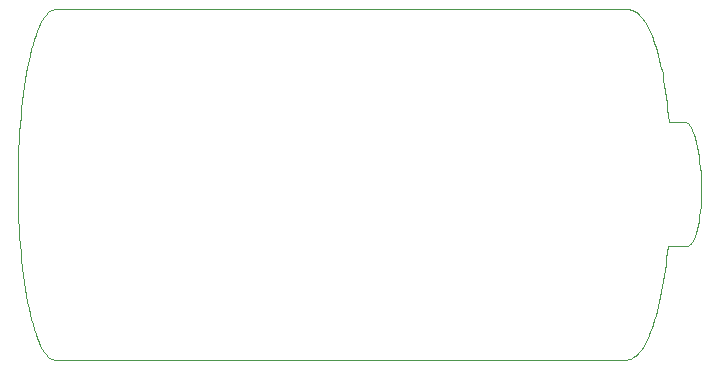
<source format=gbr>
%TF.GenerationSoftware,KiCad,Pcbnew,8.0.2-1*%
%TF.CreationDate,2024-08-22T14:08:19+02:00*%
%TF.ProjectId,Wiccon_social_bat,57696363-6f6e-45f7-936f-6369616c5f62,rev?*%
%TF.SameCoordinates,Original*%
%TF.FileFunction,Profile,NP*%
%FSLAX46Y46*%
G04 Gerber Fmt 4.6, Leading zero omitted, Abs format (unit mm)*
G04 Created by KiCad (PCBNEW 8.0.2-1) date 2024-08-22 14:08:19*
%MOMM*%
%LPD*%
G01*
G04 APERTURE LIST*
%TA.AperFunction,Profile*%
%ADD10C,0.100000*%
%TD*%
G04 APERTURE END LIST*
D10*
%TO.C,TP17*%
X125752587Y-47213477D02*
X125756705Y-47973845D01*
X125756671Y-46453460D02*
X125752587Y-47213477D01*
X125756705Y-47973845D02*
X125768884Y-48724555D01*
X125768817Y-45703444D02*
X125756671Y-46453460D01*
X125768884Y-48724555D02*
X125788924Y-49465247D01*
X125788855Y-44964476D02*
X125768817Y-45703444D01*
X125788924Y-49465247D02*
X125816653Y-50194899D01*
X125816516Y-44237243D02*
X125788855Y-44964476D01*
X125816653Y-50194899D02*
X125851867Y-50911780D01*
X125851663Y-43523124D02*
X125816516Y-44237243D01*
X125851867Y-50911780D02*
X125894362Y-51615874D01*
X125894057Y-42822127D02*
X125851663Y-43523124D01*
X125894362Y-51615874D02*
X125943934Y-52305495D01*
X125943526Y-42135962D02*
X125894057Y-42822127D01*
X125943934Y-52305495D02*
X126000378Y-52980262D01*
X125999904Y-41465682D02*
X125943526Y-42135962D01*
X126000378Y-52980262D02*
X126063493Y-53638816D01*
X126062915Y-40811622D02*
X125999904Y-41465682D01*
X126063493Y-53638816D02*
X126133139Y-54280104D01*
X126132457Y-40174812D02*
X126062915Y-40811622D01*
X126133139Y-54280104D02*
X126209044Y-54903449D01*
X126208228Y-39556648D02*
X126132457Y-40174812D01*
X126209044Y-54903449D02*
X126291041Y-55507804D01*
X126290122Y-38957473D02*
X126208228Y-39556648D01*
X126291041Y-55507804D02*
X126378922Y-56092147D01*
X126377902Y-38378654D02*
X126290122Y-38957473D01*
X126378922Y-56092147D02*
X126472487Y-56655433D01*
X126471364Y-37820884D02*
X126377902Y-38378654D01*
X126472487Y-56655433D02*
X126571528Y-57196624D01*
X126570338Y-37284866D02*
X126471364Y-37820884D01*
X126571528Y-57196624D02*
X126675877Y-57715049D01*
X126674619Y-36772323D02*
X126570338Y-37284866D01*
X126675877Y-57715049D02*
X126785331Y-58209647D01*
X126784003Y-36283241D02*
X126674619Y-36772323D01*
X126785331Y-58209647D02*
X126899684Y-58679389D01*
X126898288Y-35819358D02*
X126784003Y-36283241D01*
X126899684Y-58679389D02*
X127018731Y-59123259D01*
X127017268Y-35381012D02*
X126898288Y-35819358D01*
X127018731Y-59123259D02*
X127142270Y-59540206D01*
X127140773Y-34969246D02*
X127017268Y-35381012D01*
X127142270Y-59540206D02*
X127270095Y-59929534D01*
X127268597Y-34585441D02*
X127140773Y-34969246D01*
X127270095Y-59929534D02*
X127402037Y-60289870D01*
X127400506Y-34229934D02*
X127268597Y-34585441D01*
X127402037Y-60289870D02*
X127537858Y-60620528D01*
X127536395Y-33903770D02*
X127400506Y-34229934D01*
X127537858Y-60620528D02*
X127677388Y-60920806D01*
X127675959Y-33607971D02*
X127536395Y-33903770D01*
X127677388Y-60920806D02*
X127820454Y-61189330D01*
X127819094Y-33343933D02*
X127675959Y-33607971D01*
X127820454Y-61189330D02*
X127966790Y-61425071D01*
X127965531Y-33111648D02*
X127819094Y-33343933D01*
X127966790Y-61425071D02*
X128041131Y-61530341D01*
X128039939Y-33008102D02*
X127965531Y-33111648D01*
X128041131Y-61530341D02*
X128116254Y-61626983D01*
X128115098Y-32912842D02*
X128039939Y-33008102D01*
X128116254Y-61626983D02*
X128192057Y-61715346D01*
X128191003Y-32825859D02*
X128115098Y-32912842D01*
X128192057Y-61715346D02*
X128268611Y-61794722D01*
X128267623Y-32747856D02*
X128191003Y-32825859D01*
X128268611Y-61794722D02*
X128345809Y-61865142D01*
X128344924Y-32678482D02*
X128267623Y-32747856D01*
X128345809Y-61865142D02*
X128423690Y-61926925D01*
X128422873Y-32618080D02*
X128344924Y-32678482D01*
X128423690Y-61926925D02*
X128502146Y-61979049D01*
X128501500Y-32566650D02*
X128422873Y-32618080D01*
X128502146Y-61979049D02*
X128581252Y-62022193D01*
X128580706Y-32524200D02*
X128501500Y-32566650D01*
X128581252Y-62022193D02*
X128660933Y-62056014D01*
X128660491Y-32491066D02*
X128580706Y-32524200D01*
X128660933Y-62056014D02*
X128741126Y-62080176D01*
X128740853Y-32467247D02*
X128660491Y-32491066D01*
X128741126Y-62080176D02*
X128821896Y-62095015D01*
X128821726Y-32452751D02*
X128740853Y-32467247D01*
X128821896Y-62095015D02*
X128903145Y-62099837D01*
X128903145Y-32447922D02*
X128821726Y-32452751D01*
X128903145Y-62099837D02*
X177304686Y-62099837D01*
X177304686Y-62099837D02*
X177378852Y-62096732D01*
X177328505Y-32423759D02*
X128903145Y-32447922D01*
X177378852Y-62096732D02*
X177452689Y-62088103D01*
X177452689Y-62088103D02*
X177526175Y-62073615D01*
X177483306Y-32434120D02*
X177328505Y-32423759D01*
X177526175Y-62073615D02*
X177599326Y-62053252D01*
X177599326Y-62053252D02*
X177672133Y-62027358D01*
X177636748Y-32464836D02*
X177483306Y-32434120D01*
X177672133Y-62027358D02*
X177744269Y-61995604D01*
X177744269Y-61995604D02*
X177887847Y-61915877D01*
X177788154Y-32515922D02*
X177636748Y-32464836D01*
X177887847Y-61915877D02*
X178029723Y-61814055D01*
X177937858Y-32587364D02*
X177788154Y-32515922D01*
X178029723Y-61814055D02*
X178169562Y-61691184D01*
X178085517Y-32678482D02*
X177937858Y-32587364D01*
X178169562Y-61691184D02*
X178307349Y-61547255D01*
X178231139Y-32789276D02*
X178085517Y-32678482D01*
X178307349Y-61547255D02*
X178443442Y-61382613D01*
X178374381Y-32919746D02*
X178231139Y-32789276D01*
X178443442Y-61382613D02*
X178577155Y-61197966D01*
X178515235Y-33069534D02*
X178374381Y-32919746D01*
X178577155Y-61197966D02*
X178708487Y-60993979D01*
X178653708Y-33238663D02*
X178515235Y-33069534D01*
X178708487Y-60993979D02*
X178837432Y-60770667D01*
X178789458Y-33426429D02*
X178653708Y-33238663D01*
X178837432Y-60770667D02*
X178964003Y-60528708D01*
X178922492Y-33633171D02*
X178789458Y-33426429D01*
X178964003Y-60528708D02*
X179087851Y-60268813D01*
X179052802Y-33858558D02*
X178922492Y-33633171D01*
X179087851Y-60268813D02*
X179208968Y-59990622D01*
X179180053Y-34102234D02*
X179052802Y-33858558D01*
X179208968Y-59990622D02*
X179327369Y-59695517D01*
X179304236Y-34364204D02*
X179180053Y-34102234D01*
X179327369Y-59695517D02*
X179442710Y-59383155D01*
X179425017Y-34644119D02*
X179304236Y-34364204D01*
X179442710Y-59383155D02*
X179554984Y-59054236D01*
X179542403Y-34941986D02*
X179425017Y-34644119D01*
X179554984Y-59054236D02*
X179663863Y-58709426D01*
X179656714Y-35257454D02*
X179542403Y-34941986D01*
X179663863Y-58709426D02*
X179769675Y-58349089D01*
X179766951Y-35590522D02*
X179656714Y-35257454D01*
X179769675Y-58349089D02*
X179872085Y-57973563D01*
X179872085Y-57973563D02*
X179970748Y-57583541D01*
X179873786Y-35940506D02*
X179766951Y-35590522D01*
X179970748Y-57583541D02*
X180066016Y-57179023D01*
X179976539Y-36307746D02*
X179873786Y-35940506D01*
X180066016Y-57179023D02*
X180157195Y-56760703D01*
X180075202Y-36691902D02*
X179976539Y-36307746D01*
X180157195Y-56760703D02*
X180244643Y-56329261D01*
X180170127Y-37092964D02*
X180075202Y-36691902D01*
X180244643Y-56329261D02*
X180328338Y-55884711D01*
X180257426Y-37503840D02*
X180170127Y-37092964D01*
X180328338Y-55884711D02*
X180407615Y-55427726D01*
X180346709Y-37943763D02*
X180260627Y-37510246D01*
X180407615Y-55427726D02*
X180483146Y-54959014D01*
X180428367Y-38393493D02*
X180346709Y-37943763D01*
X180483146Y-54959014D02*
X180553908Y-54478217D01*
X180505263Y-38859451D02*
X180428367Y-38393493D01*
X180553908Y-54478217D02*
X180620261Y-53986724D01*
X180577384Y-39340926D02*
X180505263Y-38859451D01*
X180620261Y-53986724D02*
X180682174Y-53484526D01*
X180644751Y-39837951D02*
X180577384Y-39340926D01*
X180682174Y-53484526D02*
X180739676Y-52971633D01*
X180707358Y-40350158D02*
X180644751Y-39837951D01*
X180739676Y-52971633D02*
X180792075Y-52449424D01*
X180764853Y-40877547D02*
X180707358Y-40350158D01*
X180792075Y-52449424D02*
X182401381Y-52449424D01*
X180816909Y-41420119D02*
X180764853Y-40877547D01*
X180863524Y-41977538D02*
X180816909Y-41420119D01*
X182266982Y-41977195D02*
X180863524Y-41977538D01*
X182327887Y-41994452D02*
X182266982Y-41977195D01*
X182401381Y-52449424D02*
X182431998Y-52449424D01*
X182431998Y-42039664D02*
X182327887Y-41994452D01*
X182431998Y-52449424D02*
X182492896Y-52443206D01*
X182492896Y-52443206D02*
X182553122Y-52424575D01*
X182493583Y-42077628D02*
X182431998Y-42039664D01*
X182551421Y-42129752D02*
X182493583Y-42077628D01*
X182553122Y-52424575D02*
X182612319Y-52393851D01*
X182608580Y-42195678D02*
X182551421Y-42129752D01*
X182612319Y-52393851D02*
X182670501Y-52351744D01*
X182670501Y-52351744D02*
X182727996Y-52298247D01*
X182720855Y-42367217D02*
X182608580Y-42195678D01*
X182727996Y-52298247D02*
X182784140Y-52233352D01*
X182775977Y-42471793D02*
X182720855Y-42367217D01*
X182784140Y-52233352D02*
X182839255Y-52157767D01*
X182830069Y-42587767D02*
X182775977Y-42471793D01*
X182839255Y-52157767D02*
X182893012Y-52071830D01*
X182883147Y-42715125D02*
X182830069Y-42587767D01*
X182893012Y-52071830D02*
X182945746Y-51975867D01*
X182945746Y-51975867D02*
X182996787Y-51869918D01*
X182985892Y-43000571D02*
X182883147Y-42715125D01*
X182996787Y-51869918D02*
X183094771Y-51629683D01*
X183083541Y-43323973D02*
X182985892Y-43000571D01*
X183094771Y-51629683D02*
X183186294Y-51353904D01*
X183175406Y-43680861D02*
X183083541Y-43323973D01*
X183186294Y-51353904D02*
X183270667Y-51045005D01*
X183260810Y-44067084D02*
X183175406Y-43680861D01*
X183270667Y-51045005D02*
X183347564Y-50705367D01*
X183339057Y-44477813D02*
X183260810Y-44067084D01*
X183347564Y-50703840D02*
X183415954Y-50337447D01*
X183408805Y-44903840D02*
X183339057Y-44477813D01*
X183415954Y-50337447D02*
X183475493Y-49943969D01*
X183470046Y-45355880D02*
X183408805Y-44908904D01*
X183475493Y-49943969D02*
X183525847Y-49527022D01*
X183522101Y-45814238D02*
X183470046Y-45355880D01*
X183525847Y-49527022D02*
X183565658Y-49089377D01*
X183563613Y-46280196D02*
X183522101Y-45814238D01*
X183565658Y-49089377D02*
X183595252Y-48633086D01*
X183594237Y-46748565D02*
X183563613Y-46280196D01*
X183595252Y-48633086D02*
X183613288Y-48161269D01*
X183612945Y-47203840D02*
X183594237Y-46748565D01*
X183613288Y-48161269D02*
X183619414Y-47675978D01*
X183619414Y-47675978D02*
X183612945Y-47203840D01*
%TD*%
M02*

</source>
